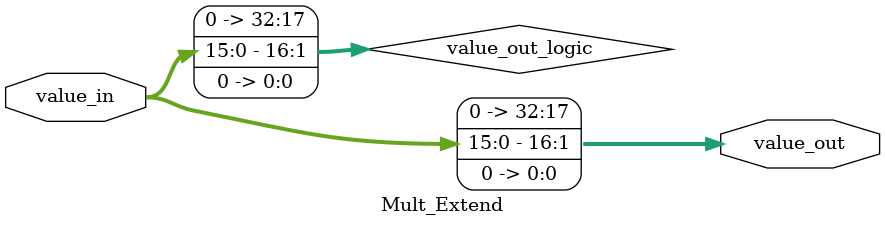
<source format=sv>
module Mult_Extend
(
	/* Input */
	input [15:0] value_in,
	
	/* Output */
	output [32:0] value_out
);


logic [32:0] value_out_logic = 33'b0;

always_comb begin: Extend

	value_out_logic[16:1] = value_in;

end

assign value_out = value_out_logic;

endmodule

</source>
